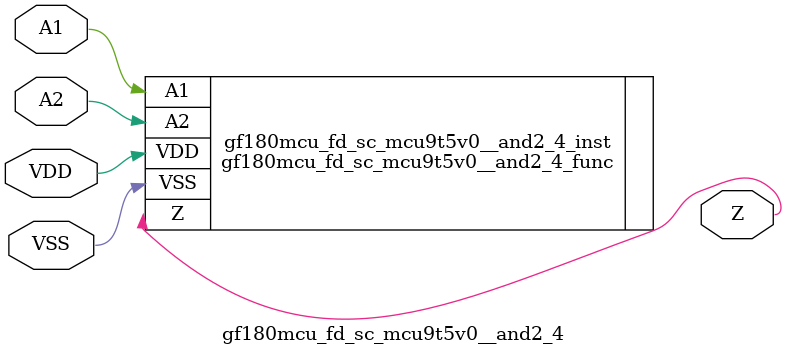
<source format=v>

module gf180mcu_fd_sc_mcu9t5v0__and2_4( A2, A1, Z, VDD, VSS );
input A1, A2;
inout VDD, VSS;
output Z;

   `ifdef FUNCTIONAL  //  functional //

	gf180mcu_fd_sc_mcu9t5v0__and2_4_func gf180mcu_fd_sc_mcu9t5v0__and2_4_behav_inst(.A2(A2),.A1(A1),.Z(Z),.VDD(VDD),.VSS(VSS));

   `else

	gf180mcu_fd_sc_mcu9t5v0__and2_4_func gf180mcu_fd_sc_mcu9t5v0__and2_4_inst(.A2(A2),.A1(A1),.Z(Z),.VDD(VDD),.VSS(VSS));

	// spec_gates_begin


	// spec_gates_end



   specify

	// specify_block_begin

	// comb arc A1 --> Z
	 (A1 => Z) = (1.0,1.0);

	// comb arc A2 --> Z
	 (A2 => Z) = (1.0,1.0);

	// specify_block_end

   endspecify

   `endif

endmodule

</source>
